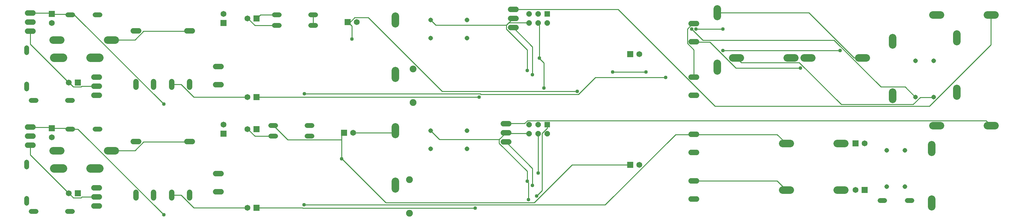
<source format=gbl>
G75*
%MOIN*%
%OFA0B0*%
%FSLAX24Y24*%
%IPPOS*%
%LPD*%
%AMOC8*
5,1,8,0,0,1.08239X$1,22.5*
%
%ADD10C,0.0520*%
%ADD11C,0.0825*%
%ADD12C,0.0945*%
%ADD13C,0.0600*%
%ADD14C,0.0650*%
%ADD15R,0.0650X0.0650*%
%ADD16C,0.0750*%
%ADD17C,0.0515*%
%ADD18R,0.0600X0.0600*%
%ADD19OC8,0.0600*%
%ADD20C,0.0100*%
%ADD21C,0.0400*%
D10*
X001846Y001606D02*
X002366Y001606D01*
X001350Y002496D02*
X001350Y003016D01*
X005846Y001606D02*
X006366Y001606D01*
X001350Y006496D02*
X001350Y007016D01*
X005889Y010661D02*
X006409Y010661D01*
X008889Y010661D02*
X009409Y010661D01*
X006366Y013811D02*
X005846Y013811D01*
X002366Y013811D02*
X001846Y013811D01*
X001350Y015094D02*
X001350Y015614D01*
X001350Y019094D02*
X001350Y019614D01*
X005889Y023260D02*
X006409Y023260D01*
X008889Y023260D02*
X009409Y023260D01*
X028618Y023260D02*
X029138Y023260D01*
X032618Y023260D02*
X033138Y023260D01*
X033138Y022079D02*
X032618Y022079D01*
X029138Y022079D02*
X028618Y022079D01*
X028744Y011055D02*
X028224Y011055D01*
X028224Y009874D02*
X028744Y009874D01*
X032224Y009874D02*
X032744Y009874D01*
X032744Y011055D02*
X032224Y011055D01*
X095259Y002787D02*
X095779Y002787D01*
X098259Y002787D02*
X098779Y002787D01*
D11*
X100956Y002956D02*
X100956Y002131D01*
X091377Y003969D02*
X090552Y003969D01*
X085377Y003969D02*
X084552Y003969D01*
X100956Y008131D02*
X100956Y008956D01*
X101087Y011055D02*
X101912Y011055D01*
X107087Y011055D02*
X107912Y011055D01*
X096626Y013942D02*
X096626Y014767D01*
X103712Y015161D02*
X103712Y014336D01*
X093739Y018535D02*
X092914Y018535D01*
X096626Y019942D02*
X096626Y020767D01*
X103712Y021161D02*
X103712Y020336D01*
X101912Y023260D02*
X101087Y023260D01*
X107087Y023260D02*
X107912Y023260D01*
X087739Y018535D02*
X086914Y018535D01*
X085865Y018535D02*
X085040Y018535D01*
X079865Y018535D02*
X079040Y018535D01*
X077334Y017916D02*
X077334Y017091D01*
X077334Y023091D02*
X077334Y023916D01*
X041901Y023129D02*
X041901Y022304D01*
X041901Y017129D02*
X041901Y016304D01*
X041901Y010924D02*
X041901Y010099D01*
X041901Y004924D02*
X041901Y004099D01*
X011062Y008299D02*
X010237Y008299D01*
X005062Y008299D02*
X004237Y008299D01*
X004237Y020504D02*
X005062Y020504D01*
X010237Y020504D02*
X011062Y020504D01*
X084552Y009087D02*
X085377Y009087D01*
X090552Y009087D02*
X091377Y009087D01*
D12*
X009334Y006331D02*
X008389Y006331D01*
X005334Y006331D02*
X004389Y006331D01*
X004389Y018535D02*
X005334Y018535D01*
X008389Y018535D02*
X009334Y018535D01*
D13*
X009343Y016386D02*
X008743Y016386D01*
X008743Y015386D02*
X009343Y015386D01*
X013361Y015285D02*
X013361Y015885D01*
X015321Y015885D02*
X015321Y015285D01*
X017301Y015285D02*
X017301Y015885D01*
X019261Y015885D02*
X019261Y015285D01*
X022129Y015567D02*
X022729Y015567D01*
X022729Y017567D02*
X022129Y017567D01*
X009343Y014386D02*
X008743Y014386D01*
X002044Y010874D02*
X001444Y010874D01*
X001444Y009874D02*
X002044Y009874D01*
X002044Y008874D02*
X001444Y008874D01*
X013061Y009281D02*
X013661Y009281D01*
X018961Y009281D02*
X019561Y009281D01*
X022129Y005756D02*
X022729Y005756D01*
X022729Y003756D02*
X022129Y003756D01*
X019261Y003681D02*
X019261Y003081D01*
X017301Y003081D02*
X017301Y003681D01*
X015321Y003681D02*
X015321Y003081D01*
X013361Y003081D02*
X013361Y003681D01*
X009343Y003181D02*
X008743Y003181D01*
X008743Y004181D02*
X009343Y004181D01*
X009343Y002181D02*
X008743Y002181D01*
X053806Y009268D02*
X054406Y009268D01*
X054406Y010268D02*
X053806Y010268D01*
X053806Y011268D02*
X054406Y011268D01*
X074491Y010087D02*
X075091Y010087D01*
X075091Y008087D02*
X074491Y008087D01*
X074491Y004969D02*
X075091Y004969D01*
X075091Y002969D02*
X074491Y002969D01*
X074491Y014386D02*
X075091Y014386D01*
X075091Y016386D02*
X074491Y016386D01*
X074491Y020291D02*
X075091Y020291D01*
X075091Y022291D02*
X074491Y022291D01*
X055193Y021866D02*
X054593Y021866D01*
X054593Y022866D02*
X055193Y022866D01*
X055193Y023866D02*
X054593Y023866D01*
X019561Y021485D02*
X018961Y021485D01*
X013661Y021485D02*
X013061Y021485D01*
X002044Y021472D02*
X001444Y021472D01*
X001444Y022472D02*
X002044Y022472D01*
X002044Y023472D02*
X001444Y023472D01*
D14*
X004106Y022366D03*
X023004Y023366D03*
X025653Y022866D03*
X037677Y022472D03*
X068779Y018929D03*
X037283Y010268D03*
X025653Y010661D03*
X023004Y011161D03*
X025653Y014205D03*
X005968Y015780D03*
X004106Y009768D03*
X005968Y003575D03*
X025653Y002000D03*
X068779Y006724D03*
X092582Y003969D03*
X093582Y009087D03*
D15*
X092582Y009087D03*
X093582Y003969D03*
X067779Y006724D03*
X036283Y010268D03*
X026653Y010661D03*
X023004Y010161D03*
X026653Y014205D03*
X006968Y015780D03*
X004106Y010768D03*
X006968Y003575D03*
X026653Y002000D03*
X067779Y018929D03*
X036677Y022472D03*
X026653Y022866D03*
X023004Y022366D03*
X004106Y023366D03*
D16*
X043870Y017286D03*
X043870Y013586D03*
X043476Y005081D03*
X043476Y001381D03*
D17*
X045807Y008480D03*
X049807Y008480D03*
X049807Y010480D03*
X045807Y010480D03*
X045807Y020685D03*
X049807Y020685D03*
X049807Y022685D03*
X045807Y022685D03*
X099169Y018173D03*
X101169Y018173D03*
X101169Y014173D03*
X099169Y014173D03*
X098019Y008331D03*
X096019Y008331D03*
X096019Y004331D03*
X098019Y004331D03*
D18*
X058649Y011161D03*
X058649Y023366D03*
D19*
X057649Y023366D03*
X056649Y023366D03*
X056649Y022366D03*
X057649Y022366D03*
X058649Y022366D03*
X057649Y011161D03*
X056649Y011161D03*
X056649Y010161D03*
X057649Y010161D03*
X058649Y010161D03*
D20*
X058082Y010189D02*
X058082Y003890D01*
X057492Y003299D01*
X056586Y002906D02*
X056586Y004717D01*
X056429Y004874D01*
X056429Y004913D01*
X056429Y006016D01*
X053358Y009087D01*
X053358Y009520D01*
X046783Y009520D01*
X045838Y010465D01*
X045807Y010480D01*
X041901Y010504D02*
X041665Y010268D01*
X037283Y010268D01*
X036283Y010268D02*
X036271Y010268D01*
X035996Y009992D01*
X035996Y009480D01*
X030090Y009480D01*
X028515Y011055D01*
X028484Y011055D01*
X026468Y009874D02*
X025681Y010661D01*
X025653Y010661D01*
X026468Y009874D02*
X028484Y009874D01*
X035996Y009480D02*
X035996Y007394D01*
X036035Y007394D01*
X040878Y002551D01*
X057216Y002551D01*
X061389Y006724D01*
X067779Y006724D01*
X074791Y004969D02*
X074815Y004953D01*
X083948Y004953D01*
X084933Y003969D01*
X084964Y003969D01*
X072767Y010071D02*
X065011Y002315D01*
X031862Y002315D01*
X031704Y002000D02*
X031744Y001961D01*
X050720Y001961D01*
X057019Y004441D02*
X057019Y006331D01*
X054106Y009244D01*
X054106Y009268D01*
X053358Y009520D02*
X054106Y010268D01*
X054067Y010189D01*
X056626Y010189D01*
X056649Y010161D01*
X057649Y010161D02*
X057649Y005819D01*
X072767Y010071D02*
X074775Y010071D01*
X074791Y010087D01*
X074815Y010071D01*
X083948Y010071D01*
X084933Y009087D01*
X084964Y009087D01*
X077098Y013181D02*
X100720Y013181D01*
X107492Y019953D01*
X107492Y023260D01*
X107500Y023260D01*
X095366Y015307D02*
X090208Y020465D01*
X075759Y020465D01*
X074539Y021685D01*
X075011Y021685D02*
X077964Y021685D01*
X074791Y022291D02*
X074775Y022276D01*
X074657Y022276D01*
X074067Y021685D01*
X074067Y020110D01*
X074775Y019402D01*
X074775Y016409D01*
X074791Y016386D01*
X071665Y016370D02*
X063948Y016370D01*
X062059Y014480D01*
X051350Y014480D01*
X051271Y014559D01*
X031901Y014559D01*
X026653Y014205D02*
X051153Y014205D01*
X047059Y014835D02*
X038948Y022945D01*
X037452Y022945D01*
X036862Y022354D01*
X036677Y022472D01*
X036704Y022472D01*
X037137Y022039D01*
X037137Y020583D01*
X032885Y022079D02*
X032878Y022079D01*
X032885Y022079D02*
X032885Y023260D01*
X032878Y023260D01*
X028878Y023260D02*
X027059Y023260D01*
X026665Y022866D01*
X026653Y022866D01*
X026468Y022079D02*
X025681Y022866D01*
X025653Y022866D01*
X026468Y022079D02*
X028878Y022079D01*
X019261Y021485D02*
X019224Y021449D01*
X014224Y021449D01*
X013279Y020504D01*
X010649Y020504D01*
X005956Y015819D02*
X001744Y020031D01*
X001744Y021472D01*
X004106Y023366D02*
X004145Y023339D01*
X006035Y023339D01*
X006114Y023260D01*
X006149Y023260D01*
X006586Y023260D01*
X016429Y013417D01*
X018358Y015583D02*
X019736Y014205D01*
X025653Y014205D01*
X018358Y015583D02*
X017334Y015583D01*
X017301Y015585D01*
X009043Y015386D02*
X007413Y015386D01*
X007334Y015307D01*
X006468Y015307D01*
X005996Y015780D01*
X005968Y015780D01*
X005956Y015819D01*
X006035Y010740D02*
X004145Y010740D01*
X004106Y010768D01*
X004106Y010780D01*
X004027Y010858D01*
X001744Y010858D01*
X001744Y010874D01*
X006035Y010740D02*
X006114Y010661D01*
X006149Y010661D01*
X006980Y010661D01*
X016429Y001213D01*
X018358Y003378D02*
X019736Y002000D01*
X025653Y002000D01*
X026653Y002000D02*
X031704Y002000D01*
X018358Y003378D02*
X017334Y003378D01*
X017301Y003381D01*
X009043Y003181D02*
X007413Y003181D01*
X007334Y003102D01*
X006468Y003102D01*
X005996Y003575D01*
X005968Y003575D01*
X005956Y003614D01*
X001744Y007827D01*
X001744Y008874D01*
X010649Y008299D02*
X013279Y008299D01*
X014224Y009244D01*
X019224Y009244D01*
X019261Y009281D01*
X041901Y010504D02*
X041901Y010512D01*
X054106Y011268D02*
X054106Y011291D01*
X056153Y011291D01*
X056468Y011606D01*
X106941Y011606D01*
X107492Y011055D01*
X107500Y011055D01*
X099696Y014165D02*
X098909Y013378D01*
X090996Y013378D01*
X086389Y017984D01*
X080011Y017984D01*
X079460Y018535D01*
X079452Y018535D01*
X077964Y019323D02*
X090878Y019323D01*
X092413Y018535D02*
X087452Y023496D01*
X077334Y023496D01*
X077334Y023504D01*
X077098Y013181D02*
X066429Y023850D01*
X054893Y023850D01*
X054893Y023866D01*
X054893Y022866D02*
X054441Y022413D01*
X054460Y022394D01*
X056626Y022394D01*
X056649Y022366D01*
X057649Y022354D02*
X057649Y022366D01*
X057649Y022354D02*
X057767Y022236D01*
X057767Y018496D01*
X057767Y018457D01*
X058279Y017945D01*
X058279Y015189D01*
X061941Y014835D02*
X047059Y014835D01*
X056429Y017118D02*
X056429Y019402D01*
X054145Y021685D01*
X054145Y022118D01*
X046389Y022118D01*
X045838Y022669D01*
X045807Y022685D01*
X054145Y022118D02*
X054441Y022413D01*
X054893Y021866D02*
X054893Y021843D01*
X057019Y019717D01*
X057019Y016646D01*
X065838Y016961D02*
X069500Y016961D01*
X076547Y020268D02*
X079421Y017394D01*
X086507Y017394D01*
X092413Y018535D02*
X093326Y018535D01*
X095366Y015307D02*
X098043Y015307D01*
X099145Y014205D01*
X099169Y014173D01*
X099696Y014165D02*
X101153Y014165D01*
X101169Y014173D01*
X076547Y020268D02*
X074815Y020268D01*
X074791Y020291D01*
X058649Y011161D02*
X058633Y011134D01*
X058633Y010740D01*
X058082Y010189D01*
X004106Y023366D02*
X004106Y023378D01*
X004027Y023457D01*
X001744Y023457D01*
X001744Y023472D01*
D21*
X031901Y014559D03*
X016429Y013417D03*
X035996Y007394D03*
X031862Y002315D03*
X016429Y001213D03*
X050720Y001961D03*
X056586Y002906D03*
X057492Y003299D03*
X057019Y004441D03*
X056429Y004913D03*
X057649Y005819D03*
X051153Y014205D03*
X058279Y015189D03*
X061941Y014835D03*
X057019Y016646D03*
X056429Y017118D03*
X057767Y018496D03*
X065838Y016961D03*
X069500Y016961D03*
X071665Y016370D03*
X077964Y019323D03*
X086507Y017394D03*
X090878Y019323D03*
X077964Y021685D03*
X075011Y021685D03*
X074539Y021685D03*
X037137Y020583D03*
M02*

</source>
